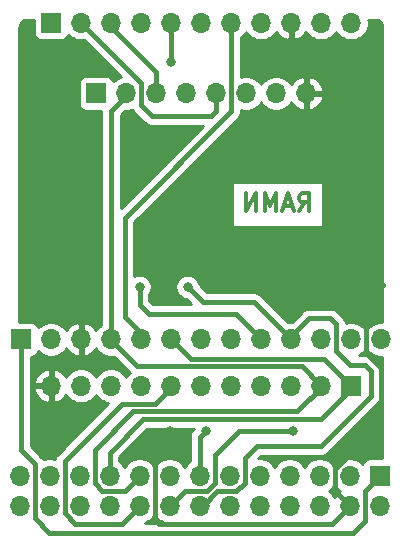
<source format=gbr>
G04 #@! TF.GenerationSoftware,KiCad,Pcbnew,(5.1.9)-1*
G04 #@! TF.CreationDate,2021-02-23T10:55:24+09:00*
G04 #@! TF.ProjectId,screens,73637265-656e-4732-9e6b-696361645f70,rev?*
G04 #@! TF.SameCoordinates,Original*
G04 #@! TF.FileFunction,Copper,L2,Bot*
G04 #@! TF.FilePolarity,Positive*
%FSLAX46Y46*%
G04 Gerber Fmt 4.6, Leading zero omitted, Abs format (unit mm)*
G04 Created by KiCad (PCBNEW (5.1.9)-1) date 2021-02-23 10:55:24*
%MOMM*%
%LPD*%
G01*
G04 APERTURE LIST*
G04 #@! TA.AperFunction,NonConductor*
%ADD10C,0.300000*%
G04 #@! TD*
G04 #@! TA.AperFunction,ComponentPad*
%ADD11O,1.700000X1.700000*%
G04 #@! TD*
G04 #@! TA.AperFunction,ComponentPad*
%ADD12R,1.700000X1.700000*%
G04 #@! TD*
G04 #@! TA.AperFunction,ViaPad*
%ADD13C,0.800000*%
G04 #@! TD*
G04 #@! TA.AperFunction,Conductor*
%ADD14C,0.400000*%
G04 #@! TD*
G04 #@! TA.AperFunction,Conductor*
%ADD15C,0.254000*%
G04 #@! TD*
G04 #@! TA.AperFunction,Conductor*
%ADD16C,0.100000*%
G04 #@! TD*
G04 APERTURE END LIST*
D10*
X51351428Y-42842571D02*
X51851428Y-42128285D01*
X52208571Y-42842571D02*
X52208571Y-41342571D01*
X51637142Y-41342571D01*
X51494285Y-41414000D01*
X51422857Y-41485428D01*
X51351428Y-41628285D01*
X51351428Y-41842571D01*
X51422857Y-41985428D01*
X51494285Y-42056857D01*
X51637142Y-42128285D01*
X52208571Y-42128285D01*
X50780000Y-42414000D02*
X50065714Y-42414000D01*
X50922857Y-42842571D02*
X50422857Y-41342571D01*
X49922857Y-42842571D01*
X49422857Y-42842571D02*
X49422857Y-41342571D01*
X48922857Y-42414000D01*
X48422857Y-41342571D01*
X48422857Y-42842571D01*
X47708571Y-42842571D02*
X47708571Y-41342571D01*
X46851428Y-42842571D01*
X46851428Y-41342571D01*
D11*
X27686000Y-67818000D03*
X27686000Y-65278000D03*
X30226000Y-67818000D03*
X30226000Y-65278000D03*
X32766000Y-67818000D03*
X32766000Y-65278000D03*
X35306000Y-67818000D03*
X35306000Y-65278000D03*
X37846000Y-67818000D03*
X37846000Y-65278000D03*
X40386000Y-67818000D03*
X40386000Y-65278000D03*
X42926000Y-67818000D03*
X42926000Y-65278000D03*
X45466000Y-67818000D03*
X45466000Y-65278000D03*
X48006000Y-67818000D03*
X48006000Y-65278000D03*
X50546000Y-67818000D03*
X50546000Y-65278000D03*
X53086000Y-67818000D03*
X53086000Y-65278000D03*
X55626000Y-67818000D03*
X55626000Y-65278000D03*
X58166000Y-67818000D03*
D12*
X58166000Y-65278000D03*
X55753000Y-57658000D03*
D11*
X53213000Y-57658000D03*
X50673000Y-57658000D03*
X48133000Y-57658000D03*
X45593000Y-57658000D03*
X43053000Y-57658000D03*
X40513000Y-57658000D03*
X37973000Y-57658000D03*
X35433000Y-57658000D03*
X32893000Y-57658000D03*
X30353000Y-57658000D03*
D12*
X30353000Y-26924000D03*
D11*
X32893000Y-26924000D03*
X35433000Y-26924000D03*
X37973000Y-26924000D03*
X40513000Y-26924000D03*
X43053000Y-26924000D03*
X45593000Y-26924000D03*
X48133000Y-26924000D03*
X50673000Y-26924000D03*
X53213000Y-26924000D03*
X55753000Y-26924000D03*
D12*
X27813000Y-53721000D03*
D11*
X30353000Y-53721000D03*
X32893000Y-53721000D03*
X35433000Y-53721000D03*
X37973000Y-53721000D03*
X40513000Y-53721000D03*
X43053000Y-53721000D03*
X45593000Y-53721000D03*
X48133000Y-53721000D03*
X50673000Y-53721000D03*
X53213000Y-53721000D03*
X55753000Y-53721000D03*
X58293000Y-53721000D03*
D12*
X34163000Y-32893000D03*
D11*
X36703000Y-32893000D03*
X39243000Y-32893000D03*
X41783000Y-32893000D03*
X44323000Y-32893000D03*
X46863000Y-32893000D03*
X49403000Y-32893000D03*
X51943000Y-32893000D03*
D13*
X29718000Y-61468000D03*
X31496000Y-61468000D03*
X53340000Y-45974000D03*
X53340000Y-37846000D03*
X57404000Y-45974000D03*
X57404000Y-37846000D03*
X29972000Y-37846000D03*
X29972000Y-45974000D03*
X40386000Y-61468000D03*
X36703000Y-37846000D03*
X50800000Y-61468000D03*
X43434000Y-61468000D03*
X40513000Y-30226000D03*
X37846000Y-49276000D03*
X41910000Y-49276000D03*
D14*
X56315998Y-62738000D02*
X54375999Y-64677999D01*
X54375999Y-66567999D02*
X55626000Y-67818000D01*
X57404000Y-62738000D02*
X56315998Y-62738000D01*
X58258010Y-61883990D02*
X57404000Y-62738000D01*
X58258010Y-56139468D02*
X58258010Y-61883990D01*
X57023000Y-50546000D02*
X57023000Y-54904458D01*
X54375999Y-64677999D02*
X54375999Y-66567999D01*
X57023000Y-54904458D02*
X58258010Y-56139468D01*
X58420000Y-49149000D02*
X57023000Y-50546000D01*
X39497000Y-69342000D02*
X54102000Y-69342000D01*
X39116000Y-68961000D02*
X39497000Y-69342000D01*
X54102000Y-69342000D02*
X55626000Y-67818000D01*
X39116000Y-62992000D02*
X39116000Y-68961000D01*
X40640000Y-61468000D02*
X39116000Y-62992000D01*
X35433000Y-27305000D02*
X35433000Y-26924000D01*
X39243000Y-31115000D02*
X35433000Y-27305000D01*
X39243000Y-32893000D02*
X39243000Y-31115000D01*
X44196000Y-65858002D02*
X44196000Y-63500000D01*
X43526001Y-66528001D02*
X44196000Y-65858002D01*
X41675999Y-66528001D02*
X43526001Y-66528001D01*
X46228000Y-61468000D02*
X50800000Y-61468000D01*
X44196000Y-63500000D02*
X46228000Y-61468000D01*
X40386000Y-67818000D02*
X41675999Y-66528001D01*
X27813000Y-63119000D02*
X27813000Y-53721000D01*
X28956000Y-64262000D02*
X27813000Y-63119000D01*
X28956000Y-68834000D02*
X28956000Y-64262000D01*
X30200600Y-70078600D02*
X28956000Y-68834000D01*
X55905400Y-70078600D02*
X30200600Y-70078600D01*
X56915999Y-69068001D02*
X55905400Y-70078600D01*
X56915999Y-66528001D02*
X56915999Y-69068001D01*
X58166000Y-65278000D02*
X56915999Y-66528001D01*
X53467000Y-55372000D02*
X55753000Y-57658000D01*
X42164000Y-55372000D02*
X53467000Y-55372000D01*
X40513000Y-53721000D02*
X42164000Y-55372000D01*
X55880000Y-57785000D02*
X55880000Y-57658000D01*
X53213000Y-60452000D02*
X55880000Y-57785000D01*
X38163500Y-60452000D02*
X53213000Y-60452000D01*
X35306000Y-63309500D02*
X38163500Y-60452000D01*
X35306000Y-65278000D02*
X35306000Y-63309500D01*
X36347400Y-69316600D02*
X37846000Y-67818000D01*
X32414598Y-69316600D02*
X36347400Y-69316600D01*
X31496000Y-68398002D02*
X32414598Y-69316600D01*
X31496000Y-64008000D02*
X31496000Y-68398002D01*
X36322000Y-59182000D02*
X31496000Y-64008000D01*
X39116000Y-59182000D02*
X36322000Y-59182000D01*
X40640000Y-57658000D02*
X39116000Y-59182000D01*
X37973000Y-53213000D02*
X37973000Y-53721000D01*
X36576000Y-51816000D02*
X37973000Y-53213000D01*
X36576000Y-43434000D02*
X36576000Y-51816000D01*
X45593000Y-34417000D02*
X36576000Y-43434000D01*
X45593000Y-26924000D02*
X45593000Y-34417000D01*
X51562000Y-56007000D02*
X53213000Y-57658000D01*
X37655500Y-56007000D02*
X51562000Y-56007000D01*
X35433000Y-53784500D02*
X37655500Y-56007000D01*
X35433000Y-53721000D02*
X35433000Y-53784500D01*
X53340000Y-57658000D02*
X53340000Y-57277000D01*
X51181000Y-59817000D02*
X53340000Y-57658000D01*
X37274500Y-59817000D02*
X51181000Y-59817000D01*
X34705999Y-66528001D02*
X34036000Y-65858002D01*
X34036000Y-65858002D02*
X34036000Y-63055500D01*
X36595999Y-66528001D02*
X34705999Y-66528001D01*
X34036000Y-63055500D02*
X37274500Y-59817000D01*
X37846000Y-65278000D02*
X36595999Y-66528001D01*
X36703000Y-33147000D02*
X36703000Y-32893000D01*
X35433000Y-34417000D02*
X36703000Y-33147000D01*
X35433000Y-53721000D02*
X35433000Y-34417000D01*
X42926000Y-61976000D02*
X43434000Y-61468000D01*
X42926000Y-65278000D02*
X42926000Y-61976000D01*
X40513000Y-26924000D02*
X40513000Y-30226000D01*
X38608000Y-51562000D02*
X37846000Y-50800000D01*
X37846000Y-50800000D02*
X37846000Y-49276000D01*
X45974000Y-51562000D02*
X38608000Y-51562000D01*
X48133000Y-53721000D02*
X45974000Y-51562000D01*
X37973000Y-33909000D02*
X38862000Y-34798000D01*
X44323000Y-34353500D02*
X44323000Y-32893000D01*
X38862000Y-34798000D02*
X43878500Y-34798000D01*
X32893000Y-26924000D02*
X37973000Y-32004000D01*
X43878500Y-34798000D02*
X44323000Y-34353500D01*
X37973000Y-32004000D02*
X37973000Y-33909000D01*
X43180000Y-67818000D02*
X42926000Y-67818000D01*
X44430001Y-66567999D02*
X43180000Y-67818000D01*
X46026003Y-66567999D02*
X44430001Y-66567999D01*
X46736000Y-65858002D02*
X46026003Y-66567999D01*
X50673000Y-53721000D02*
X50673000Y-53467000D01*
X53213000Y-62738000D02*
X47752000Y-62738000D01*
X46736000Y-63754000D02*
X46736000Y-65858002D01*
X50673000Y-53467000D02*
X52197000Y-51943000D01*
X52197000Y-51943000D02*
X53975000Y-51943000D01*
X56896000Y-55880000D02*
X57404000Y-56388000D01*
X53975000Y-51943000D02*
X54483000Y-52451000D01*
X54483000Y-52451000D02*
X54483000Y-54737000D01*
X55626000Y-55880000D02*
X56896000Y-55880000D01*
X57404000Y-56388000D02*
X57404000Y-58547000D01*
X57404000Y-58547000D02*
X53213000Y-62738000D01*
X54483000Y-54737000D02*
X55626000Y-55880000D01*
X47752000Y-62738000D02*
X46736000Y-63754000D01*
X43180000Y-50546000D02*
X41910000Y-49276000D01*
X47498000Y-50546000D02*
X43180000Y-50546000D01*
X50673000Y-53721000D02*
X47498000Y-50546000D01*
D15*
X39232525Y-68764632D02*
X39439368Y-68971475D01*
X39682589Y-69133990D01*
X39947212Y-69243600D01*
X38284788Y-69243600D01*
X38549411Y-69133990D01*
X38792632Y-68971475D01*
X38999475Y-68764632D01*
X39116000Y-68590240D01*
X39232525Y-68764632D01*
G04 #@! TA.AperFunction,Conductor*
D16*
G36*
X39232525Y-68764632D02*
G01*
X39439368Y-68971475D01*
X39682589Y-69133990D01*
X39947212Y-69243600D01*
X38284788Y-69243600D01*
X38549411Y-69133990D01*
X38792632Y-68971475D01*
X38999475Y-68764632D01*
X39116000Y-68590240D01*
X39232525Y-68764632D01*
G37*
G04 #@! TD.AperFunction*
D15*
X55753000Y-67691000D02*
X55773000Y-67691000D01*
X55773000Y-67945000D01*
X55753000Y-67945000D01*
X55753000Y-67965000D01*
X55499000Y-67965000D01*
X55499000Y-67945000D01*
X55479000Y-67945000D01*
X55479000Y-67691000D01*
X55499000Y-67691000D01*
X55499000Y-67671000D01*
X55753000Y-67671000D01*
X55753000Y-67691000D01*
G04 #@! TA.AperFunction,Conductor*
D16*
G36*
X55753000Y-67691000D02*
G01*
X55773000Y-67691000D01*
X55773000Y-67945000D01*
X55753000Y-67945000D01*
X55753000Y-67965000D01*
X55499000Y-67965000D01*
X55499000Y-67945000D01*
X55479000Y-67945000D01*
X55479000Y-67691000D01*
X55499000Y-67691000D01*
X55499000Y-67671000D01*
X55753000Y-67671000D01*
X55753000Y-67691000D01*
G37*
G04 #@! TD.AperFunction*
D15*
X54472525Y-66224632D02*
X54679368Y-66431475D01*
X54855406Y-66549100D01*
X54625731Y-66720412D01*
X54430822Y-66936645D01*
X54361195Y-67053534D01*
X54239475Y-66871368D01*
X54032632Y-66664525D01*
X53858240Y-66548000D01*
X54032632Y-66431475D01*
X54239475Y-66224632D01*
X54356000Y-66050240D01*
X54472525Y-66224632D01*
G04 #@! TA.AperFunction,Conductor*
D16*
G36*
X54472525Y-66224632D02*
G01*
X54679368Y-66431475D01*
X54855406Y-66549100D01*
X54625731Y-66720412D01*
X54430822Y-66936645D01*
X54361195Y-67053534D01*
X54239475Y-66871368D01*
X54032632Y-66664525D01*
X53858240Y-66548000D01*
X54032632Y-66431475D01*
X54239475Y-66224632D01*
X54356000Y-66050240D01*
X54472525Y-66224632D01*
G37*
G04 #@! TD.AperFunction*
D15*
X57139525Y-54667632D02*
X57346368Y-54874475D01*
X57589589Y-55036990D01*
X57859842Y-55148932D01*
X58146740Y-55206000D01*
X58385001Y-55206000D01*
X58385001Y-63789928D01*
X57316000Y-63789928D01*
X57191518Y-63802188D01*
X57071820Y-63838498D01*
X56961506Y-63897463D01*
X56864815Y-63976815D01*
X56785463Y-64073506D01*
X56726498Y-64183820D01*
X56704487Y-64256380D01*
X56572632Y-64124525D01*
X56329411Y-63962010D01*
X56059158Y-63850068D01*
X55772260Y-63793000D01*
X55479740Y-63793000D01*
X55192842Y-63850068D01*
X54922589Y-63962010D01*
X54679368Y-64124525D01*
X54472525Y-64331368D01*
X54356000Y-64505760D01*
X54239475Y-64331368D01*
X54032632Y-64124525D01*
X53789411Y-63962010D01*
X53519158Y-63850068D01*
X53232260Y-63793000D01*
X52939740Y-63793000D01*
X52652842Y-63850068D01*
X52382589Y-63962010D01*
X52139368Y-64124525D01*
X51932525Y-64331368D01*
X51816000Y-64505760D01*
X51699475Y-64331368D01*
X51492632Y-64124525D01*
X51249411Y-63962010D01*
X50979158Y-63850068D01*
X50692260Y-63793000D01*
X50399740Y-63793000D01*
X50112842Y-63850068D01*
X49842589Y-63962010D01*
X49599368Y-64124525D01*
X49392525Y-64331368D01*
X49276000Y-64505760D01*
X49159475Y-64331368D01*
X48952632Y-64124525D01*
X48709411Y-63962010D01*
X48439158Y-63850068D01*
X48152260Y-63793000D01*
X47877868Y-63793000D01*
X48097868Y-63573000D01*
X53171982Y-63573000D01*
X53213000Y-63577040D01*
X53254018Y-63573000D01*
X53254019Y-63573000D01*
X53376689Y-63560918D01*
X53534087Y-63513172D01*
X53679146Y-63435636D01*
X53806291Y-63331291D01*
X53832446Y-63299421D01*
X57965427Y-59166441D01*
X57997291Y-59140291D01*
X58101636Y-59013146D01*
X58179172Y-58868087D01*
X58226918Y-58710689D01*
X58239000Y-58588019D01*
X58243040Y-58547001D01*
X58239000Y-58505982D01*
X58239000Y-56429007D01*
X58243039Y-56387999D01*
X58239000Y-56346991D01*
X58239000Y-56346981D01*
X58226918Y-56224311D01*
X58179172Y-56066913D01*
X58101636Y-55921854D01*
X57997291Y-55794709D01*
X57965422Y-55768555D01*
X57515446Y-55318579D01*
X57489291Y-55286709D01*
X57362146Y-55182364D01*
X57217087Y-55104828D01*
X57059689Y-55057082D01*
X56937019Y-55045000D01*
X56937018Y-55045000D01*
X56896000Y-55040960D01*
X56854982Y-55045000D01*
X56437073Y-55045000D01*
X56456411Y-55036990D01*
X56699632Y-54874475D01*
X56906475Y-54667632D01*
X57023000Y-54493240D01*
X57139525Y-54667632D01*
G04 #@! TA.AperFunction,Conductor*
D16*
G36*
X57139525Y-54667632D02*
G01*
X57346368Y-54874475D01*
X57589589Y-55036990D01*
X57859842Y-55148932D01*
X58146740Y-55206000D01*
X58385001Y-55206000D01*
X58385001Y-63789928D01*
X57316000Y-63789928D01*
X57191518Y-63802188D01*
X57071820Y-63838498D01*
X56961506Y-63897463D01*
X56864815Y-63976815D01*
X56785463Y-64073506D01*
X56726498Y-64183820D01*
X56704487Y-64256380D01*
X56572632Y-64124525D01*
X56329411Y-63962010D01*
X56059158Y-63850068D01*
X55772260Y-63793000D01*
X55479740Y-63793000D01*
X55192842Y-63850068D01*
X54922589Y-63962010D01*
X54679368Y-64124525D01*
X54472525Y-64331368D01*
X54356000Y-64505760D01*
X54239475Y-64331368D01*
X54032632Y-64124525D01*
X53789411Y-63962010D01*
X53519158Y-63850068D01*
X53232260Y-63793000D01*
X52939740Y-63793000D01*
X52652842Y-63850068D01*
X52382589Y-63962010D01*
X52139368Y-64124525D01*
X51932525Y-64331368D01*
X51816000Y-64505760D01*
X51699475Y-64331368D01*
X51492632Y-64124525D01*
X51249411Y-63962010D01*
X50979158Y-63850068D01*
X50692260Y-63793000D01*
X50399740Y-63793000D01*
X50112842Y-63850068D01*
X49842589Y-63962010D01*
X49599368Y-64124525D01*
X49392525Y-64331368D01*
X49276000Y-64505760D01*
X49159475Y-64331368D01*
X48952632Y-64124525D01*
X48709411Y-63962010D01*
X48439158Y-63850068D01*
X48152260Y-63793000D01*
X47877868Y-63793000D01*
X48097868Y-63573000D01*
X53171982Y-63573000D01*
X53213000Y-63577040D01*
X53254018Y-63573000D01*
X53254019Y-63573000D01*
X53376689Y-63560918D01*
X53534087Y-63513172D01*
X53679146Y-63435636D01*
X53806291Y-63331291D01*
X53832446Y-63299421D01*
X57965427Y-59166441D01*
X57997291Y-59140291D01*
X58101636Y-59013146D01*
X58179172Y-58868087D01*
X58226918Y-58710689D01*
X58239000Y-58588019D01*
X58243040Y-58547001D01*
X58239000Y-58505982D01*
X58239000Y-56429007D01*
X58243039Y-56387999D01*
X58239000Y-56346991D01*
X58239000Y-56346981D01*
X58226918Y-56224311D01*
X58179172Y-56066913D01*
X58101636Y-55921854D01*
X57997291Y-55794709D01*
X57965422Y-55768555D01*
X57515446Y-55318579D01*
X57489291Y-55286709D01*
X57362146Y-55182364D01*
X57217087Y-55104828D01*
X57059689Y-55057082D01*
X56937019Y-55045000D01*
X56937018Y-55045000D01*
X56896000Y-55040960D01*
X56854982Y-55045000D01*
X56437073Y-55045000D01*
X56456411Y-55036990D01*
X56699632Y-54874475D01*
X56906475Y-54667632D01*
X57023000Y-54493240D01*
X57139525Y-54667632D01*
G37*
G04 #@! TD.AperFunction*
D15*
X42409907Y-61311226D02*
X42364574Y-61356559D01*
X42332710Y-61382709D01*
X42306562Y-61414571D01*
X42228364Y-61509855D01*
X42150828Y-61654914D01*
X42103082Y-61812312D01*
X42086960Y-61976000D01*
X42091001Y-62017028D01*
X42091000Y-64049935D01*
X41979368Y-64124525D01*
X41772525Y-64331368D01*
X41656000Y-64505760D01*
X41539475Y-64331368D01*
X41332632Y-64124525D01*
X41089411Y-63962010D01*
X40819158Y-63850068D01*
X40532260Y-63793000D01*
X40239740Y-63793000D01*
X39952842Y-63850068D01*
X39682589Y-63962010D01*
X39439368Y-64124525D01*
X39232525Y-64331368D01*
X39116000Y-64505760D01*
X38999475Y-64331368D01*
X38792632Y-64124525D01*
X38549411Y-63962010D01*
X38279158Y-63850068D01*
X37992260Y-63793000D01*
X37699740Y-63793000D01*
X37412842Y-63850068D01*
X37142589Y-63962010D01*
X36899368Y-64124525D01*
X36692525Y-64331368D01*
X36576000Y-64505760D01*
X36459475Y-64331368D01*
X36252632Y-64124525D01*
X36141000Y-64049935D01*
X36141000Y-63655367D01*
X38509368Y-61287000D01*
X42414726Y-61287000D01*
X42409907Y-61311226D01*
G04 #@! TA.AperFunction,Conductor*
D16*
G36*
X42409907Y-61311226D02*
G01*
X42364574Y-61356559D01*
X42332710Y-61382709D01*
X42306562Y-61414571D01*
X42228364Y-61509855D01*
X42150828Y-61654914D01*
X42103082Y-61812312D01*
X42086960Y-61976000D01*
X42091001Y-62017028D01*
X42091000Y-64049935D01*
X41979368Y-64124525D01*
X41772525Y-64331368D01*
X41656000Y-64505760D01*
X41539475Y-64331368D01*
X41332632Y-64124525D01*
X41089411Y-63962010D01*
X40819158Y-63850068D01*
X40532260Y-63793000D01*
X40239740Y-63793000D01*
X39952842Y-63850068D01*
X39682589Y-63962010D01*
X39439368Y-64124525D01*
X39232525Y-64331368D01*
X39116000Y-64505760D01*
X38999475Y-64331368D01*
X38792632Y-64124525D01*
X38549411Y-63962010D01*
X38279158Y-63850068D01*
X37992260Y-63793000D01*
X37699740Y-63793000D01*
X37412842Y-63850068D01*
X37142589Y-63962010D01*
X36899368Y-64124525D01*
X36692525Y-64331368D01*
X36576000Y-64505760D01*
X36459475Y-64331368D01*
X36252632Y-64124525D01*
X36141000Y-64049935D01*
X36141000Y-63655367D01*
X38509368Y-61287000D01*
X42414726Y-61287000D01*
X42409907Y-61311226D01*
G37*
G04 #@! TD.AperFunction*
D15*
X28864928Y-27774000D02*
X28877188Y-27898482D01*
X28913498Y-28018180D01*
X28972463Y-28128494D01*
X29051815Y-28225185D01*
X29148506Y-28304537D01*
X29258820Y-28363502D01*
X29378518Y-28399812D01*
X29503000Y-28412072D01*
X31203000Y-28412072D01*
X31327482Y-28399812D01*
X31447180Y-28363502D01*
X31557494Y-28304537D01*
X31654185Y-28225185D01*
X31733537Y-28128494D01*
X31792502Y-28018180D01*
X31814513Y-27945620D01*
X31946368Y-28077475D01*
X32189589Y-28239990D01*
X32459842Y-28351932D01*
X32746740Y-28409000D01*
X33039260Y-28409000D01*
X33170940Y-28382807D01*
X36258074Y-31469942D01*
X35999589Y-31577010D01*
X35756368Y-31739525D01*
X35624513Y-31871380D01*
X35602502Y-31798820D01*
X35543537Y-31688506D01*
X35464185Y-31591815D01*
X35367494Y-31512463D01*
X35257180Y-31453498D01*
X35137482Y-31417188D01*
X35013000Y-31404928D01*
X33313000Y-31404928D01*
X33188518Y-31417188D01*
X33068820Y-31453498D01*
X32958506Y-31512463D01*
X32861815Y-31591815D01*
X32782463Y-31688506D01*
X32723498Y-31798820D01*
X32687188Y-31918518D01*
X32674928Y-32043000D01*
X32674928Y-33743000D01*
X32687188Y-33867482D01*
X32723498Y-33987180D01*
X32782463Y-34097494D01*
X32861815Y-34194185D01*
X32958506Y-34273537D01*
X33068820Y-34332502D01*
X33188518Y-34368812D01*
X33313000Y-34381072D01*
X34597499Y-34381072D01*
X34593960Y-34417000D01*
X34598001Y-34458029D01*
X34598000Y-52492935D01*
X34486368Y-52567525D01*
X34279525Y-52774368D01*
X34157805Y-52956534D01*
X34088178Y-52839645D01*
X33893269Y-52623412D01*
X33659920Y-52449359D01*
X33397099Y-52324175D01*
X33249890Y-52279524D01*
X33020000Y-52400845D01*
X33020000Y-53594000D01*
X33040000Y-53594000D01*
X33040000Y-53848000D01*
X33020000Y-53848000D01*
X33020000Y-55041155D01*
X33249890Y-55162476D01*
X33397099Y-55117825D01*
X33659920Y-54992641D01*
X33893269Y-54818588D01*
X34088178Y-54602355D01*
X34157805Y-54485466D01*
X34279525Y-54667632D01*
X34486368Y-54874475D01*
X34729589Y-55036990D01*
X34999842Y-55148932D01*
X35286740Y-55206000D01*
X35579260Y-55206000D01*
X35657975Y-55190343D01*
X36999262Y-56531631D01*
X36819525Y-56711368D01*
X36703000Y-56885760D01*
X36586475Y-56711368D01*
X36379632Y-56504525D01*
X36136411Y-56342010D01*
X35866158Y-56230068D01*
X35579260Y-56173000D01*
X35286740Y-56173000D01*
X34999842Y-56230068D01*
X34729589Y-56342010D01*
X34486368Y-56504525D01*
X34279525Y-56711368D01*
X34163000Y-56885760D01*
X34046475Y-56711368D01*
X33839632Y-56504525D01*
X33596411Y-56342010D01*
X33326158Y-56230068D01*
X33039260Y-56173000D01*
X32746740Y-56173000D01*
X32459842Y-56230068D01*
X32189589Y-56342010D01*
X31946368Y-56504525D01*
X31739525Y-56711368D01*
X31617805Y-56893534D01*
X31548178Y-56776645D01*
X31353269Y-56560412D01*
X31119920Y-56386359D01*
X30857099Y-56261175D01*
X30709890Y-56216524D01*
X30480000Y-56337845D01*
X30480000Y-57531000D01*
X30500000Y-57531000D01*
X30500000Y-57785000D01*
X30480000Y-57785000D01*
X30480000Y-58978155D01*
X30709890Y-59099476D01*
X30857099Y-59054825D01*
X31119920Y-58929641D01*
X31353269Y-58755588D01*
X31548178Y-58539355D01*
X31617805Y-58422466D01*
X31739525Y-58604632D01*
X31946368Y-58811475D01*
X32189589Y-58973990D01*
X32459842Y-59085932D01*
X32746740Y-59143000D01*
X33039260Y-59143000D01*
X33326158Y-59085932D01*
X33596411Y-58973990D01*
X33839632Y-58811475D01*
X34046475Y-58604632D01*
X34163000Y-58430240D01*
X34279525Y-58604632D01*
X34486368Y-58811475D01*
X34729589Y-58973990D01*
X34999842Y-59085932D01*
X35197819Y-59125312D01*
X30934579Y-63388554D01*
X30902709Y-63414709D01*
X30814950Y-63521645D01*
X30798364Y-63541855D01*
X30720828Y-63686914D01*
X30673082Y-63844312D01*
X30671992Y-63855384D01*
X30659158Y-63850068D01*
X30372260Y-63793000D01*
X30079740Y-63793000D01*
X29792842Y-63850068D01*
X29702595Y-63887449D01*
X29653636Y-63795854D01*
X29618578Y-63753136D01*
X29549291Y-63668709D01*
X29517426Y-63642558D01*
X28648000Y-62773133D01*
X28648000Y-58014891D01*
X28911519Y-58014891D01*
X29008843Y-58289252D01*
X29157822Y-58539355D01*
X29352731Y-58755588D01*
X29586080Y-58929641D01*
X29848901Y-59054825D01*
X29996110Y-59099476D01*
X30226000Y-58978155D01*
X30226000Y-57785000D01*
X29032186Y-57785000D01*
X28911519Y-58014891D01*
X28648000Y-58014891D01*
X28648000Y-57301109D01*
X28911519Y-57301109D01*
X29032186Y-57531000D01*
X30226000Y-57531000D01*
X30226000Y-56337845D01*
X29996110Y-56216524D01*
X29848901Y-56261175D01*
X29586080Y-56386359D01*
X29352731Y-56560412D01*
X29157822Y-56776645D01*
X29008843Y-57026748D01*
X28911519Y-57301109D01*
X28648000Y-57301109D01*
X28648000Y-55209072D01*
X28663000Y-55209072D01*
X28787482Y-55196812D01*
X28907180Y-55160502D01*
X29017494Y-55101537D01*
X29114185Y-55022185D01*
X29193537Y-54925494D01*
X29252502Y-54815180D01*
X29274513Y-54742620D01*
X29406368Y-54874475D01*
X29649589Y-55036990D01*
X29919842Y-55148932D01*
X30206740Y-55206000D01*
X30499260Y-55206000D01*
X30786158Y-55148932D01*
X31056411Y-55036990D01*
X31299632Y-54874475D01*
X31506475Y-54667632D01*
X31628195Y-54485466D01*
X31697822Y-54602355D01*
X31892731Y-54818588D01*
X32126080Y-54992641D01*
X32388901Y-55117825D01*
X32536110Y-55162476D01*
X32766000Y-55041155D01*
X32766000Y-53848000D01*
X32746000Y-53848000D01*
X32746000Y-53594000D01*
X32766000Y-53594000D01*
X32766000Y-52400845D01*
X32536110Y-52279524D01*
X32388901Y-52324175D01*
X32126080Y-52449359D01*
X31892731Y-52623412D01*
X31697822Y-52839645D01*
X31628195Y-52956534D01*
X31506475Y-52774368D01*
X31299632Y-52567525D01*
X31056411Y-52405010D01*
X30786158Y-52293068D01*
X30499260Y-52236000D01*
X30206740Y-52236000D01*
X29919842Y-52293068D01*
X29649589Y-52405010D01*
X29406368Y-52567525D01*
X29274513Y-52699380D01*
X29252502Y-52626820D01*
X29193537Y-52516506D01*
X29114185Y-52419815D01*
X29017494Y-52340463D01*
X28907180Y-52281498D01*
X28787482Y-52245188D01*
X28663000Y-52232928D01*
X27670000Y-52232928D01*
X27670000Y-27333965D01*
X27689118Y-27138985D01*
X27722523Y-27028344D01*
X27776778Y-26926303D01*
X27849821Y-26836744D01*
X27938866Y-26763079D01*
X28040531Y-26708110D01*
X28150931Y-26673935D01*
X28340596Y-26654000D01*
X28864928Y-26654000D01*
X28864928Y-27774000D01*
G04 #@! TA.AperFunction,Conductor*
D16*
G36*
X28864928Y-27774000D02*
G01*
X28877188Y-27898482D01*
X28913498Y-28018180D01*
X28972463Y-28128494D01*
X29051815Y-28225185D01*
X29148506Y-28304537D01*
X29258820Y-28363502D01*
X29378518Y-28399812D01*
X29503000Y-28412072D01*
X31203000Y-28412072D01*
X31327482Y-28399812D01*
X31447180Y-28363502D01*
X31557494Y-28304537D01*
X31654185Y-28225185D01*
X31733537Y-28128494D01*
X31792502Y-28018180D01*
X31814513Y-27945620D01*
X31946368Y-28077475D01*
X32189589Y-28239990D01*
X32459842Y-28351932D01*
X32746740Y-28409000D01*
X33039260Y-28409000D01*
X33170940Y-28382807D01*
X36258074Y-31469942D01*
X35999589Y-31577010D01*
X35756368Y-31739525D01*
X35624513Y-31871380D01*
X35602502Y-31798820D01*
X35543537Y-31688506D01*
X35464185Y-31591815D01*
X35367494Y-31512463D01*
X35257180Y-31453498D01*
X35137482Y-31417188D01*
X35013000Y-31404928D01*
X33313000Y-31404928D01*
X33188518Y-31417188D01*
X33068820Y-31453498D01*
X32958506Y-31512463D01*
X32861815Y-31591815D01*
X32782463Y-31688506D01*
X32723498Y-31798820D01*
X32687188Y-31918518D01*
X32674928Y-32043000D01*
X32674928Y-33743000D01*
X32687188Y-33867482D01*
X32723498Y-33987180D01*
X32782463Y-34097494D01*
X32861815Y-34194185D01*
X32958506Y-34273537D01*
X33068820Y-34332502D01*
X33188518Y-34368812D01*
X33313000Y-34381072D01*
X34597499Y-34381072D01*
X34593960Y-34417000D01*
X34598001Y-34458029D01*
X34598000Y-52492935D01*
X34486368Y-52567525D01*
X34279525Y-52774368D01*
X34157805Y-52956534D01*
X34088178Y-52839645D01*
X33893269Y-52623412D01*
X33659920Y-52449359D01*
X33397099Y-52324175D01*
X33249890Y-52279524D01*
X33020000Y-52400845D01*
X33020000Y-53594000D01*
X33040000Y-53594000D01*
X33040000Y-53848000D01*
X33020000Y-53848000D01*
X33020000Y-55041155D01*
X33249890Y-55162476D01*
X33397099Y-55117825D01*
X33659920Y-54992641D01*
X33893269Y-54818588D01*
X34088178Y-54602355D01*
X34157805Y-54485466D01*
X34279525Y-54667632D01*
X34486368Y-54874475D01*
X34729589Y-55036990D01*
X34999842Y-55148932D01*
X35286740Y-55206000D01*
X35579260Y-55206000D01*
X35657975Y-55190343D01*
X36999262Y-56531631D01*
X36819525Y-56711368D01*
X36703000Y-56885760D01*
X36586475Y-56711368D01*
X36379632Y-56504525D01*
X36136411Y-56342010D01*
X35866158Y-56230068D01*
X35579260Y-56173000D01*
X35286740Y-56173000D01*
X34999842Y-56230068D01*
X34729589Y-56342010D01*
X34486368Y-56504525D01*
X34279525Y-56711368D01*
X34163000Y-56885760D01*
X34046475Y-56711368D01*
X33839632Y-56504525D01*
X33596411Y-56342010D01*
X33326158Y-56230068D01*
X33039260Y-56173000D01*
X32746740Y-56173000D01*
X32459842Y-56230068D01*
X32189589Y-56342010D01*
X31946368Y-56504525D01*
X31739525Y-56711368D01*
X31617805Y-56893534D01*
X31548178Y-56776645D01*
X31353269Y-56560412D01*
X31119920Y-56386359D01*
X30857099Y-56261175D01*
X30709890Y-56216524D01*
X30480000Y-56337845D01*
X30480000Y-57531000D01*
X30500000Y-57531000D01*
X30500000Y-57785000D01*
X30480000Y-57785000D01*
X30480000Y-58978155D01*
X30709890Y-59099476D01*
X30857099Y-59054825D01*
X31119920Y-58929641D01*
X31353269Y-58755588D01*
X31548178Y-58539355D01*
X31617805Y-58422466D01*
X31739525Y-58604632D01*
X31946368Y-58811475D01*
X32189589Y-58973990D01*
X32459842Y-59085932D01*
X32746740Y-59143000D01*
X33039260Y-59143000D01*
X33326158Y-59085932D01*
X33596411Y-58973990D01*
X33839632Y-58811475D01*
X34046475Y-58604632D01*
X34163000Y-58430240D01*
X34279525Y-58604632D01*
X34486368Y-58811475D01*
X34729589Y-58973990D01*
X34999842Y-59085932D01*
X35197819Y-59125312D01*
X30934579Y-63388554D01*
X30902709Y-63414709D01*
X30814950Y-63521645D01*
X30798364Y-63541855D01*
X30720828Y-63686914D01*
X30673082Y-63844312D01*
X30671992Y-63855384D01*
X30659158Y-63850068D01*
X30372260Y-63793000D01*
X30079740Y-63793000D01*
X29792842Y-63850068D01*
X29702595Y-63887449D01*
X29653636Y-63795854D01*
X29618578Y-63753136D01*
X29549291Y-63668709D01*
X29517426Y-63642558D01*
X28648000Y-62773133D01*
X28648000Y-58014891D01*
X28911519Y-58014891D01*
X29008843Y-58289252D01*
X29157822Y-58539355D01*
X29352731Y-58755588D01*
X29586080Y-58929641D01*
X29848901Y-59054825D01*
X29996110Y-59099476D01*
X30226000Y-58978155D01*
X30226000Y-57785000D01*
X29032186Y-57785000D01*
X28911519Y-58014891D01*
X28648000Y-58014891D01*
X28648000Y-57301109D01*
X28911519Y-57301109D01*
X29032186Y-57531000D01*
X30226000Y-57531000D01*
X30226000Y-56337845D01*
X29996110Y-56216524D01*
X29848901Y-56261175D01*
X29586080Y-56386359D01*
X29352731Y-56560412D01*
X29157822Y-56776645D01*
X29008843Y-57026748D01*
X28911519Y-57301109D01*
X28648000Y-57301109D01*
X28648000Y-55209072D01*
X28663000Y-55209072D01*
X28787482Y-55196812D01*
X28907180Y-55160502D01*
X29017494Y-55101537D01*
X29114185Y-55022185D01*
X29193537Y-54925494D01*
X29252502Y-54815180D01*
X29274513Y-54742620D01*
X29406368Y-54874475D01*
X29649589Y-55036990D01*
X29919842Y-55148932D01*
X30206740Y-55206000D01*
X30499260Y-55206000D01*
X30786158Y-55148932D01*
X31056411Y-55036990D01*
X31299632Y-54874475D01*
X31506475Y-54667632D01*
X31628195Y-54485466D01*
X31697822Y-54602355D01*
X31892731Y-54818588D01*
X32126080Y-54992641D01*
X32388901Y-55117825D01*
X32536110Y-55162476D01*
X32766000Y-55041155D01*
X32766000Y-53848000D01*
X32746000Y-53848000D01*
X32746000Y-53594000D01*
X32766000Y-53594000D01*
X32766000Y-52400845D01*
X32536110Y-52279524D01*
X32388901Y-52324175D01*
X32126080Y-52449359D01*
X31892731Y-52623412D01*
X31697822Y-52839645D01*
X31628195Y-52956534D01*
X31506475Y-52774368D01*
X31299632Y-52567525D01*
X31056411Y-52405010D01*
X30786158Y-52293068D01*
X30499260Y-52236000D01*
X30206740Y-52236000D01*
X29919842Y-52293068D01*
X29649589Y-52405010D01*
X29406368Y-52567525D01*
X29274513Y-52699380D01*
X29252502Y-52626820D01*
X29193537Y-52516506D01*
X29114185Y-52419815D01*
X29017494Y-52340463D01*
X28907180Y-52281498D01*
X28787482Y-52245188D01*
X28663000Y-52232928D01*
X27670000Y-52232928D01*
X27670000Y-27333965D01*
X27689118Y-27138985D01*
X27722523Y-27028344D01*
X27776778Y-26926303D01*
X27849821Y-26836744D01*
X27938866Y-26763079D01*
X28040531Y-26708110D01*
X28150931Y-26673935D01*
X28340596Y-26654000D01*
X28864928Y-26654000D01*
X28864928Y-27774000D01*
G37*
G04 #@! TD.AperFunction*
D15*
X57900015Y-26673118D02*
X58010656Y-26706523D01*
X58112697Y-26760778D01*
X58202256Y-26833821D01*
X58275921Y-26922866D01*
X58330890Y-27024531D01*
X58365065Y-27134931D01*
X58385000Y-27324596D01*
X58385001Y-52236000D01*
X58146740Y-52236000D01*
X57859842Y-52293068D01*
X57589589Y-52405010D01*
X57346368Y-52567525D01*
X57139525Y-52774368D01*
X57023000Y-52948760D01*
X56906475Y-52774368D01*
X56699632Y-52567525D01*
X56456411Y-52405010D01*
X56186158Y-52293068D01*
X55899260Y-52236000D01*
X55606740Y-52236000D01*
X55319842Y-52293068D01*
X55307009Y-52298384D01*
X55305918Y-52287311D01*
X55258172Y-52129913D01*
X55180636Y-51984854D01*
X55076291Y-51857709D01*
X55044422Y-51831555D01*
X54594446Y-51381579D01*
X54568291Y-51349709D01*
X54441146Y-51245364D01*
X54296087Y-51167828D01*
X54138689Y-51120082D01*
X54016019Y-51108000D01*
X54016018Y-51108000D01*
X53975000Y-51103960D01*
X53933982Y-51108000D01*
X52238007Y-51108000D01*
X52196999Y-51103961D01*
X52155991Y-51108000D01*
X52155981Y-51108000D01*
X52033311Y-51120082D01*
X51875913Y-51167828D01*
X51730854Y-51245364D01*
X51603709Y-51349709D01*
X51577559Y-51381574D01*
X50723133Y-52236000D01*
X50526740Y-52236000D01*
X50395061Y-52262193D01*
X48117446Y-49984579D01*
X48091291Y-49952709D01*
X47964146Y-49848364D01*
X47819087Y-49770828D01*
X47661689Y-49723082D01*
X47539019Y-49711000D01*
X47539018Y-49711000D01*
X47498000Y-49706960D01*
X47456982Y-49711000D01*
X43525868Y-49711000D01*
X42934093Y-49119225D01*
X42905226Y-48974102D01*
X42827205Y-48785744D01*
X42713937Y-48616226D01*
X42569774Y-48472063D01*
X42400256Y-48358795D01*
X42211898Y-48280774D01*
X42011939Y-48241000D01*
X41808061Y-48241000D01*
X41608102Y-48280774D01*
X41419744Y-48358795D01*
X41250226Y-48472063D01*
X41106063Y-48616226D01*
X40992795Y-48785744D01*
X40914774Y-48974102D01*
X40875000Y-49174061D01*
X40875000Y-49377939D01*
X40914774Y-49577898D01*
X40992795Y-49766256D01*
X41106063Y-49935774D01*
X41250226Y-50079937D01*
X41419744Y-50193205D01*
X41608102Y-50271226D01*
X41753225Y-50300093D01*
X42180132Y-50727000D01*
X38953868Y-50727000D01*
X38681000Y-50454132D01*
X38681000Y-49889285D01*
X38763205Y-49766256D01*
X38841226Y-49577898D01*
X38881000Y-49377939D01*
X38881000Y-49174061D01*
X38841226Y-48974102D01*
X38763205Y-48785744D01*
X38649937Y-48616226D01*
X38505774Y-48472063D01*
X38336256Y-48358795D01*
X38147898Y-48280774D01*
X37947939Y-48241000D01*
X37744061Y-48241000D01*
X37544102Y-48280774D01*
X37411000Y-48335907D01*
X37411000Y-43779867D01*
X40816867Y-40374000D01*
X45709286Y-40374000D01*
X45709286Y-44194000D01*
X53350715Y-44194000D01*
X53350715Y-40374000D01*
X45709286Y-40374000D01*
X40816867Y-40374000D01*
X46154432Y-35036437D01*
X46186291Y-35010291D01*
X46226179Y-34961688D01*
X46290636Y-34883146D01*
X46368172Y-34738087D01*
X46387435Y-34674586D01*
X46415918Y-34580689D01*
X46428000Y-34458019D01*
X46428000Y-34458018D01*
X46432040Y-34417000D01*
X46428000Y-34375981D01*
X46428000Y-34320169D01*
X46429842Y-34320932D01*
X46716740Y-34378000D01*
X47009260Y-34378000D01*
X47296158Y-34320932D01*
X47566411Y-34208990D01*
X47809632Y-34046475D01*
X48016475Y-33839632D01*
X48133000Y-33665240D01*
X48249525Y-33839632D01*
X48456368Y-34046475D01*
X48699589Y-34208990D01*
X48969842Y-34320932D01*
X49256740Y-34378000D01*
X49549260Y-34378000D01*
X49836158Y-34320932D01*
X50106411Y-34208990D01*
X50349632Y-34046475D01*
X50556475Y-33839632D01*
X50678195Y-33657466D01*
X50747822Y-33774355D01*
X50942731Y-33990588D01*
X51176080Y-34164641D01*
X51438901Y-34289825D01*
X51586110Y-34334476D01*
X51816000Y-34213155D01*
X51816000Y-33020000D01*
X52070000Y-33020000D01*
X52070000Y-34213155D01*
X52299890Y-34334476D01*
X52447099Y-34289825D01*
X52709920Y-34164641D01*
X52943269Y-33990588D01*
X53138178Y-33774355D01*
X53287157Y-33524252D01*
X53384481Y-33249891D01*
X53263814Y-33020000D01*
X52070000Y-33020000D01*
X51816000Y-33020000D01*
X51796000Y-33020000D01*
X51796000Y-32766000D01*
X51816000Y-32766000D01*
X51816000Y-31572845D01*
X52070000Y-31572845D01*
X52070000Y-32766000D01*
X53263814Y-32766000D01*
X53384481Y-32536109D01*
X53287157Y-32261748D01*
X53138178Y-32011645D01*
X52943269Y-31795412D01*
X52709920Y-31621359D01*
X52447099Y-31496175D01*
X52299890Y-31451524D01*
X52070000Y-31572845D01*
X51816000Y-31572845D01*
X51586110Y-31451524D01*
X51438901Y-31496175D01*
X51176080Y-31621359D01*
X50942731Y-31795412D01*
X50747822Y-32011645D01*
X50678195Y-32128534D01*
X50556475Y-31946368D01*
X50349632Y-31739525D01*
X50106411Y-31577010D01*
X49836158Y-31465068D01*
X49549260Y-31408000D01*
X49256740Y-31408000D01*
X48969842Y-31465068D01*
X48699589Y-31577010D01*
X48456368Y-31739525D01*
X48249525Y-31946368D01*
X48133000Y-32120760D01*
X48016475Y-31946368D01*
X47809632Y-31739525D01*
X47566411Y-31577010D01*
X47296158Y-31465068D01*
X47009260Y-31408000D01*
X46716740Y-31408000D01*
X46429842Y-31465068D01*
X46428000Y-31465831D01*
X46428000Y-28152065D01*
X46539632Y-28077475D01*
X46746475Y-27870632D01*
X46863000Y-27696240D01*
X46979525Y-27870632D01*
X47186368Y-28077475D01*
X47429589Y-28239990D01*
X47699842Y-28351932D01*
X47986740Y-28409000D01*
X48279260Y-28409000D01*
X48566158Y-28351932D01*
X48836411Y-28239990D01*
X49079632Y-28077475D01*
X49286475Y-27870632D01*
X49408195Y-27688466D01*
X49477822Y-27805355D01*
X49672731Y-28021588D01*
X49906080Y-28195641D01*
X50168901Y-28320825D01*
X50316110Y-28365476D01*
X50546000Y-28244155D01*
X50546000Y-27051000D01*
X50526000Y-27051000D01*
X50526000Y-26797000D01*
X50546000Y-26797000D01*
X50546000Y-26777000D01*
X50800000Y-26777000D01*
X50800000Y-26797000D01*
X50820000Y-26797000D01*
X50820000Y-27051000D01*
X50800000Y-27051000D01*
X50800000Y-28244155D01*
X51029890Y-28365476D01*
X51177099Y-28320825D01*
X51439920Y-28195641D01*
X51673269Y-28021588D01*
X51868178Y-27805355D01*
X51937805Y-27688466D01*
X52059525Y-27870632D01*
X52266368Y-28077475D01*
X52509589Y-28239990D01*
X52779842Y-28351932D01*
X53066740Y-28409000D01*
X53359260Y-28409000D01*
X53646158Y-28351932D01*
X53916411Y-28239990D01*
X54159632Y-28077475D01*
X54366475Y-27870632D01*
X54483000Y-27696240D01*
X54599525Y-27870632D01*
X54806368Y-28077475D01*
X55049589Y-28239990D01*
X55319842Y-28351932D01*
X55606740Y-28409000D01*
X55899260Y-28409000D01*
X56186158Y-28351932D01*
X56456411Y-28239990D01*
X56699632Y-28077475D01*
X56906475Y-27870632D01*
X57068990Y-27627411D01*
X57180932Y-27357158D01*
X57238000Y-27070260D01*
X57238000Y-26777740D01*
X57213386Y-26654000D01*
X57705035Y-26654000D01*
X57900015Y-26673118D01*
G04 #@! TA.AperFunction,Conductor*
D16*
G36*
X57900015Y-26673118D02*
G01*
X58010656Y-26706523D01*
X58112697Y-26760778D01*
X58202256Y-26833821D01*
X58275921Y-26922866D01*
X58330890Y-27024531D01*
X58365065Y-27134931D01*
X58385000Y-27324596D01*
X58385001Y-52236000D01*
X58146740Y-52236000D01*
X57859842Y-52293068D01*
X57589589Y-52405010D01*
X57346368Y-52567525D01*
X57139525Y-52774368D01*
X57023000Y-52948760D01*
X56906475Y-52774368D01*
X56699632Y-52567525D01*
X56456411Y-52405010D01*
X56186158Y-52293068D01*
X55899260Y-52236000D01*
X55606740Y-52236000D01*
X55319842Y-52293068D01*
X55307009Y-52298384D01*
X55305918Y-52287311D01*
X55258172Y-52129913D01*
X55180636Y-51984854D01*
X55076291Y-51857709D01*
X55044422Y-51831555D01*
X54594446Y-51381579D01*
X54568291Y-51349709D01*
X54441146Y-51245364D01*
X54296087Y-51167828D01*
X54138689Y-51120082D01*
X54016019Y-51108000D01*
X54016018Y-51108000D01*
X53975000Y-51103960D01*
X53933982Y-51108000D01*
X52238007Y-51108000D01*
X52196999Y-51103961D01*
X52155991Y-51108000D01*
X52155981Y-51108000D01*
X52033311Y-51120082D01*
X51875913Y-51167828D01*
X51730854Y-51245364D01*
X51603709Y-51349709D01*
X51577559Y-51381574D01*
X50723133Y-52236000D01*
X50526740Y-52236000D01*
X50395061Y-52262193D01*
X48117446Y-49984579D01*
X48091291Y-49952709D01*
X47964146Y-49848364D01*
X47819087Y-49770828D01*
X47661689Y-49723082D01*
X47539019Y-49711000D01*
X47539018Y-49711000D01*
X47498000Y-49706960D01*
X47456982Y-49711000D01*
X43525868Y-49711000D01*
X42934093Y-49119225D01*
X42905226Y-48974102D01*
X42827205Y-48785744D01*
X42713937Y-48616226D01*
X42569774Y-48472063D01*
X42400256Y-48358795D01*
X42211898Y-48280774D01*
X42011939Y-48241000D01*
X41808061Y-48241000D01*
X41608102Y-48280774D01*
X41419744Y-48358795D01*
X41250226Y-48472063D01*
X41106063Y-48616226D01*
X40992795Y-48785744D01*
X40914774Y-48974102D01*
X40875000Y-49174061D01*
X40875000Y-49377939D01*
X40914774Y-49577898D01*
X40992795Y-49766256D01*
X41106063Y-49935774D01*
X41250226Y-50079937D01*
X41419744Y-50193205D01*
X41608102Y-50271226D01*
X41753225Y-50300093D01*
X42180132Y-50727000D01*
X38953868Y-50727000D01*
X38681000Y-50454132D01*
X38681000Y-49889285D01*
X38763205Y-49766256D01*
X38841226Y-49577898D01*
X38881000Y-49377939D01*
X38881000Y-49174061D01*
X38841226Y-48974102D01*
X38763205Y-48785744D01*
X38649937Y-48616226D01*
X38505774Y-48472063D01*
X38336256Y-48358795D01*
X38147898Y-48280774D01*
X37947939Y-48241000D01*
X37744061Y-48241000D01*
X37544102Y-48280774D01*
X37411000Y-48335907D01*
X37411000Y-43779867D01*
X40816867Y-40374000D01*
X45709286Y-40374000D01*
X45709286Y-44194000D01*
X53350715Y-44194000D01*
X53350715Y-40374000D01*
X45709286Y-40374000D01*
X40816867Y-40374000D01*
X46154432Y-35036437D01*
X46186291Y-35010291D01*
X46226179Y-34961688D01*
X46290636Y-34883146D01*
X46368172Y-34738087D01*
X46387435Y-34674586D01*
X46415918Y-34580689D01*
X46428000Y-34458019D01*
X46428000Y-34458018D01*
X46432040Y-34417000D01*
X46428000Y-34375981D01*
X46428000Y-34320169D01*
X46429842Y-34320932D01*
X46716740Y-34378000D01*
X47009260Y-34378000D01*
X47296158Y-34320932D01*
X47566411Y-34208990D01*
X47809632Y-34046475D01*
X48016475Y-33839632D01*
X48133000Y-33665240D01*
X48249525Y-33839632D01*
X48456368Y-34046475D01*
X48699589Y-34208990D01*
X48969842Y-34320932D01*
X49256740Y-34378000D01*
X49549260Y-34378000D01*
X49836158Y-34320932D01*
X50106411Y-34208990D01*
X50349632Y-34046475D01*
X50556475Y-33839632D01*
X50678195Y-33657466D01*
X50747822Y-33774355D01*
X50942731Y-33990588D01*
X51176080Y-34164641D01*
X51438901Y-34289825D01*
X51586110Y-34334476D01*
X51816000Y-34213155D01*
X51816000Y-33020000D01*
X52070000Y-33020000D01*
X52070000Y-34213155D01*
X52299890Y-34334476D01*
X52447099Y-34289825D01*
X52709920Y-34164641D01*
X52943269Y-33990588D01*
X53138178Y-33774355D01*
X53287157Y-33524252D01*
X53384481Y-33249891D01*
X53263814Y-33020000D01*
X52070000Y-33020000D01*
X51816000Y-33020000D01*
X51796000Y-33020000D01*
X51796000Y-32766000D01*
X51816000Y-32766000D01*
X51816000Y-31572845D01*
X52070000Y-31572845D01*
X52070000Y-32766000D01*
X53263814Y-32766000D01*
X53384481Y-32536109D01*
X53287157Y-32261748D01*
X53138178Y-32011645D01*
X52943269Y-31795412D01*
X52709920Y-31621359D01*
X52447099Y-31496175D01*
X52299890Y-31451524D01*
X52070000Y-31572845D01*
X51816000Y-31572845D01*
X51586110Y-31451524D01*
X51438901Y-31496175D01*
X51176080Y-31621359D01*
X50942731Y-31795412D01*
X50747822Y-32011645D01*
X50678195Y-32128534D01*
X50556475Y-31946368D01*
X50349632Y-31739525D01*
X50106411Y-31577010D01*
X49836158Y-31465068D01*
X49549260Y-31408000D01*
X49256740Y-31408000D01*
X48969842Y-31465068D01*
X48699589Y-31577010D01*
X48456368Y-31739525D01*
X48249525Y-31946368D01*
X48133000Y-32120760D01*
X48016475Y-31946368D01*
X47809632Y-31739525D01*
X47566411Y-31577010D01*
X47296158Y-31465068D01*
X47009260Y-31408000D01*
X46716740Y-31408000D01*
X46429842Y-31465068D01*
X46428000Y-31465831D01*
X46428000Y-28152065D01*
X46539632Y-28077475D01*
X46746475Y-27870632D01*
X46863000Y-27696240D01*
X46979525Y-27870632D01*
X47186368Y-28077475D01*
X47429589Y-28239990D01*
X47699842Y-28351932D01*
X47986740Y-28409000D01*
X48279260Y-28409000D01*
X48566158Y-28351932D01*
X48836411Y-28239990D01*
X49079632Y-28077475D01*
X49286475Y-27870632D01*
X49408195Y-27688466D01*
X49477822Y-27805355D01*
X49672731Y-28021588D01*
X49906080Y-28195641D01*
X50168901Y-28320825D01*
X50316110Y-28365476D01*
X50546000Y-28244155D01*
X50546000Y-27051000D01*
X50526000Y-27051000D01*
X50526000Y-26797000D01*
X50546000Y-26797000D01*
X50546000Y-26777000D01*
X50800000Y-26777000D01*
X50800000Y-26797000D01*
X50820000Y-26797000D01*
X50820000Y-27051000D01*
X50800000Y-27051000D01*
X50800000Y-28244155D01*
X51029890Y-28365476D01*
X51177099Y-28320825D01*
X51439920Y-28195641D01*
X51673269Y-28021588D01*
X51868178Y-27805355D01*
X51937805Y-27688466D01*
X52059525Y-27870632D01*
X52266368Y-28077475D01*
X52509589Y-28239990D01*
X52779842Y-28351932D01*
X53066740Y-28409000D01*
X53359260Y-28409000D01*
X53646158Y-28351932D01*
X53916411Y-28239990D01*
X54159632Y-28077475D01*
X54366475Y-27870632D01*
X54483000Y-27696240D01*
X54599525Y-27870632D01*
X54806368Y-28077475D01*
X55049589Y-28239990D01*
X55319842Y-28351932D01*
X55606740Y-28409000D01*
X55899260Y-28409000D01*
X56186158Y-28351932D01*
X56456411Y-28239990D01*
X56699632Y-28077475D01*
X56906475Y-27870632D01*
X57068990Y-27627411D01*
X57180932Y-27357158D01*
X57238000Y-27070260D01*
X57238000Y-26777740D01*
X57213386Y-26654000D01*
X57705035Y-26654000D01*
X57900015Y-26673118D01*
G37*
G04 #@! TD.AperFunction*
D15*
X37271979Y-34368812D02*
X37275365Y-34375146D01*
X37379710Y-34502291D01*
X37411574Y-34528441D01*
X38242563Y-35359432D01*
X38268709Y-35391291D01*
X38300568Y-35417437D01*
X38300570Y-35417439D01*
X38395854Y-35495636D01*
X38540913Y-35573172D01*
X38698311Y-35620918D01*
X38862000Y-35637040D01*
X38903018Y-35633000D01*
X43196131Y-35633000D01*
X36268000Y-42561133D01*
X36268000Y-34762867D01*
X36652867Y-34378000D01*
X36849260Y-34378000D01*
X37136158Y-34320932D01*
X37226405Y-34283550D01*
X37271979Y-34368812D01*
G04 #@! TA.AperFunction,Conductor*
D16*
G36*
X37271979Y-34368812D02*
G01*
X37275365Y-34375146D01*
X37379710Y-34502291D01*
X37411574Y-34528441D01*
X38242563Y-35359432D01*
X38268709Y-35391291D01*
X38300568Y-35417437D01*
X38300570Y-35417439D01*
X38395854Y-35495636D01*
X38540913Y-35573172D01*
X38698311Y-35620918D01*
X38862000Y-35637040D01*
X38903018Y-35633000D01*
X43196131Y-35633000D01*
X36268000Y-42561133D01*
X36268000Y-34762867D01*
X36652867Y-34378000D01*
X36849260Y-34378000D01*
X37136158Y-34320932D01*
X37226405Y-34283550D01*
X37271979Y-34368812D01*
G37*
G04 #@! TD.AperFunction*
M02*

</source>
